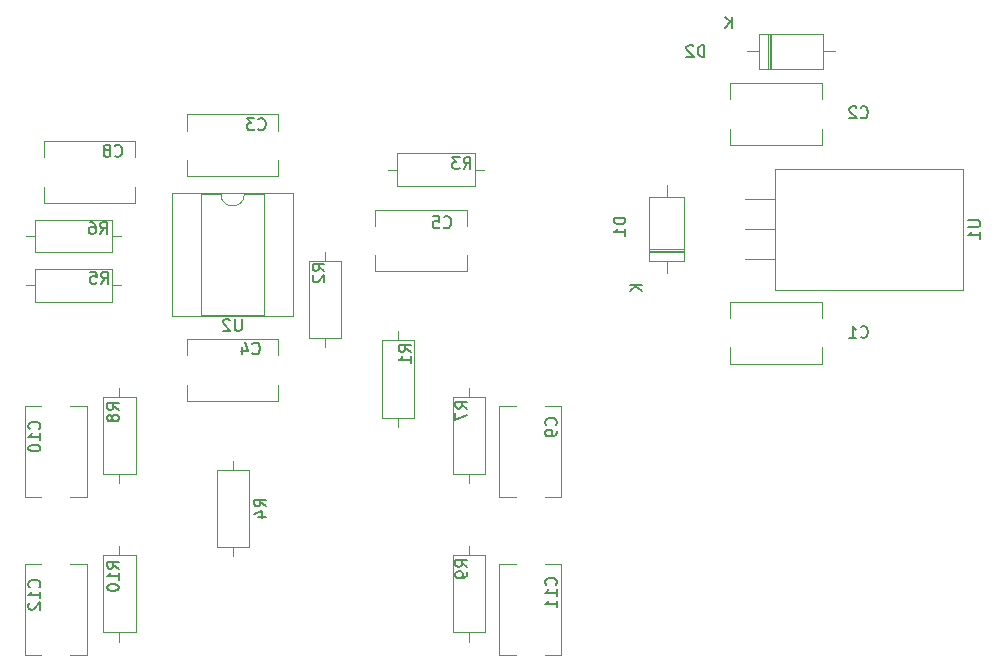
<source format=gbo>
%TF.GenerationSoftware,KiCad,Pcbnew,(6.0.11)*%
%TF.CreationDate,2023-02-06T13:48:54-06:00*%
%TF.ProjectId,InterferometerElectronics,496e7465-7266-4657-926f-6d6574657245,rev?*%
%TF.SameCoordinates,Original*%
%TF.FileFunction,Legend,Bot*%
%TF.FilePolarity,Positive*%
%FSLAX46Y46*%
G04 Gerber Fmt 4.6, Leading zero omitted, Abs format (unit mm)*
G04 Created by KiCad (PCBNEW (6.0.11)) date 2023-02-06 13:48:54*
%MOMM*%
%LPD*%
G01*
G04 APERTURE LIST*
G04 Aperture macros list*
%AMRoundRect*
0 Rectangle with rounded corners*
0 $1 Rounding radius*
0 $2 $3 $4 $5 $6 $7 $8 $9 X,Y pos of 4 corners*
0 Add a 4 corners polygon primitive as box body*
4,1,4,$2,$3,$4,$5,$6,$7,$8,$9,$2,$3,0*
0 Add four circle primitives for the rounded corners*
1,1,$1+$1,$2,$3*
1,1,$1+$1,$4,$5*
1,1,$1+$1,$6,$7*
1,1,$1+$1,$8,$9*
0 Add four rect primitives between the rounded corners*
20,1,$1+$1,$2,$3,$4,$5,0*
20,1,$1+$1,$4,$5,$6,$7,0*
20,1,$1+$1,$6,$7,$8,$9,0*
20,1,$1+$1,$8,$9,$2,$3,0*%
G04 Aperture macros list end*
%ADD10C,0.150000*%
%ADD11C,0.120000*%
%ADD12C,1.600000*%
%ADD13O,1.600000X1.600000*%
%ADD14RoundRect,0.250000X-1.550000X0.650000X-1.550000X-0.650000X1.550000X-0.650000X1.550000X0.650000X0*%
%ADD15O,3.600000X1.800000*%
%ADD16C,2.050000*%
%ADD17C,2.250000*%
%ADD18C,0.800000*%
%ADD19C,6.000000*%
%ADD20R,2.200000X2.200000*%
%ADD21O,2.200000X2.200000*%
%ADD22C,2.000000*%
%ADD23R,1.600000X1.600000*%
%ADD24O,3.500000X3.500000*%
%ADD25R,2.000000X1.905000*%
%ADD26O,2.000000X1.905000*%
G04 APERTURE END LIST*
D10*
%TO.C,R2*%
X82752380Y-50783333D02*
X82276190Y-50450000D01*
X82752380Y-50211904D02*
X81752380Y-50211904D01*
X81752380Y-50592857D01*
X81800000Y-50688095D01*
X81847619Y-50735714D01*
X81942857Y-50783333D01*
X82085714Y-50783333D01*
X82180952Y-50735714D01*
X82228571Y-50688095D01*
X82276190Y-50592857D01*
X82276190Y-50211904D01*
X81847619Y-51164285D02*
X81800000Y-51211904D01*
X81752380Y-51307142D01*
X81752380Y-51545238D01*
X81800000Y-51640476D01*
X81847619Y-51688095D01*
X81942857Y-51735714D01*
X82038095Y-51735714D01*
X82180952Y-51688095D01*
X82752380Y-51116666D01*
X82752380Y-51735714D01*
%TO.C,D1*%
X108252380Y-46261904D02*
X107252380Y-46261904D01*
X107252380Y-46500000D01*
X107300000Y-46642857D01*
X107395238Y-46738095D01*
X107490476Y-46785714D01*
X107680952Y-46833333D01*
X107823809Y-46833333D01*
X108014285Y-46785714D01*
X108109523Y-46738095D01*
X108204761Y-46642857D01*
X108252380Y-46500000D01*
X108252380Y-46261904D01*
X108252380Y-47785714D02*
X108252380Y-47214285D01*
X108252380Y-47500000D02*
X107252380Y-47500000D01*
X107395238Y-47404761D01*
X107490476Y-47309523D01*
X107538095Y-47214285D01*
X109652380Y-51938095D02*
X108652380Y-51938095D01*
X109652380Y-52509523D02*
X109080952Y-52080952D01*
X108652380Y-52509523D02*
X109223809Y-51938095D01*
%TO.C,C11*%
X102357142Y-77357142D02*
X102404761Y-77309523D01*
X102452380Y-77166666D01*
X102452380Y-77071428D01*
X102404761Y-76928571D01*
X102309523Y-76833333D01*
X102214285Y-76785714D01*
X102023809Y-76738095D01*
X101880952Y-76738095D01*
X101690476Y-76785714D01*
X101595238Y-76833333D01*
X101500000Y-76928571D01*
X101452380Y-77071428D01*
X101452380Y-77166666D01*
X101500000Y-77309523D01*
X101547619Y-77357142D01*
X102452380Y-78309523D02*
X102452380Y-77738095D01*
X102452380Y-78023809D02*
X101452380Y-78023809D01*
X101595238Y-77928571D01*
X101690476Y-77833333D01*
X101738095Y-77738095D01*
X102452380Y-79261904D02*
X102452380Y-78690476D01*
X102452380Y-78976190D02*
X101452380Y-78976190D01*
X101595238Y-78880952D01*
X101690476Y-78785714D01*
X101738095Y-78690476D01*
%TO.C,U2*%
X75751904Y-54852380D02*
X75751904Y-55661904D01*
X75704285Y-55757142D01*
X75656666Y-55804761D01*
X75561428Y-55852380D01*
X75370952Y-55852380D01*
X75275714Y-55804761D01*
X75228095Y-55757142D01*
X75180476Y-55661904D01*
X75180476Y-54852380D01*
X74751904Y-54947619D02*
X74704285Y-54900000D01*
X74609047Y-54852380D01*
X74370952Y-54852380D01*
X74275714Y-54900000D01*
X74228095Y-54947619D01*
X74180476Y-55042857D01*
X74180476Y-55138095D01*
X74228095Y-55280952D01*
X74799523Y-55852380D01*
X74180476Y-55852380D01*
%TO.C,R7*%
X94852380Y-62433333D02*
X94376190Y-62100000D01*
X94852380Y-61861904D02*
X93852380Y-61861904D01*
X93852380Y-62242857D01*
X93900000Y-62338095D01*
X93947619Y-62385714D01*
X94042857Y-62433333D01*
X94185714Y-62433333D01*
X94280952Y-62385714D01*
X94328571Y-62338095D01*
X94376190Y-62242857D01*
X94376190Y-61861904D01*
X93852380Y-62766666D02*
X93852380Y-63433333D01*
X94852380Y-63004761D01*
%TO.C,C1*%
X128166666Y-56357142D02*
X128214285Y-56404761D01*
X128357142Y-56452380D01*
X128452380Y-56452380D01*
X128595238Y-56404761D01*
X128690476Y-56309523D01*
X128738095Y-56214285D01*
X128785714Y-56023809D01*
X128785714Y-55880952D01*
X128738095Y-55690476D01*
X128690476Y-55595238D01*
X128595238Y-55500000D01*
X128452380Y-55452380D01*
X128357142Y-55452380D01*
X128214285Y-55500000D01*
X128166666Y-55547619D01*
X127214285Y-56452380D02*
X127785714Y-56452380D01*
X127500000Y-56452380D02*
X127500000Y-55452380D01*
X127595238Y-55595238D01*
X127690476Y-55690476D01*
X127785714Y-55738095D01*
%TO.C,C3*%
X77166666Y-38757142D02*
X77214285Y-38804761D01*
X77357142Y-38852380D01*
X77452380Y-38852380D01*
X77595238Y-38804761D01*
X77690476Y-38709523D01*
X77738095Y-38614285D01*
X77785714Y-38423809D01*
X77785714Y-38280952D01*
X77738095Y-38090476D01*
X77690476Y-37995238D01*
X77595238Y-37900000D01*
X77452380Y-37852380D01*
X77357142Y-37852380D01*
X77214285Y-37900000D01*
X77166666Y-37947619D01*
X76833333Y-37852380D02*
X76214285Y-37852380D01*
X76547619Y-38233333D01*
X76404761Y-38233333D01*
X76309523Y-38280952D01*
X76261904Y-38328571D01*
X76214285Y-38423809D01*
X76214285Y-38661904D01*
X76261904Y-38757142D01*
X76309523Y-38804761D01*
X76404761Y-38852380D01*
X76690476Y-38852380D01*
X76785714Y-38804761D01*
X76833333Y-38757142D01*
%TO.C,C4*%
X76666666Y-57757142D02*
X76714285Y-57804761D01*
X76857142Y-57852380D01*
X76952380Y-57852380D01*
X77095238Y-57804761D01*
X77190476Y-57709523D01*
X77238095Y-57614285D01*
X77285714Y-57423809D01*
X77285714Y-57280952D01*
X77238095Y-57090476D01*
X77190476Y-56995238D01*
X77095238Y-56900000D01*
X76952380Y-56852380D01*
X76857142Y-56852380D01*
X76714285Y-56900000D01*
X76666666Y-56947619D01*
X75809523Y-57185714D02*
X75809523Y-57852380D01*
X76047619Y-56804761D02*
X76285714Y-57519047D01*
X75666666Y-57519047D01*
%TO.C,C2*%
X128166666Y-37757142D02*
X128214285Y-37804761D01*
X128357142Y-37852380D01*
X128452380Y-37852380D01*
X128595238Y-37804761D01*
X128690476Y-37709523D01*
X128738095Y-37614285D01*
X128785714Y-37423809D01*
X128785714Y-37280952D01*
X128738095Y-37090476D01*
X128690476Y-36995238D01*
X128595238Y-36900000D01*
X128452380Y-36852380D01*
X128357142Y-36852380D01*
X128214285Y-36900000D01*
X128166666Y-36947619D01*
X127785714Y-36947619D02*
X127738095Y-36900000D01*
X127642857Y-36852380D01*
X127404761Y-36852380D01*
X127309523Y-36900000D01*
X127261904Y-36947619D01*
X127214285Y-37042857D01*
X127214285Y-37138095D01*
X127261904Y-37280952D01*
X127833333Y-37852380D01*
X127214285Y-37852380D01*
%TO.C,U1*%
X137282380Y-46488095D02*
X138091904Y-46488095D01*
X138187142Y-46535714D01*
X138234761Y-46583333D01*
X138282380Y-46678571D01*
X138282380Y-46869047D01*
X138234761Y-46964285D01*
X138187142Y-47011904D01*
X138091904Y-47059523D01*
X137282380Y-47059523D01*
X138282380Y-48059523D02*
X138282380Y-47488095D01*
X138282380Y-47773809D02*
X137282380Y-47773809D01*
X137425238Y-47678571D01*
X137520476Y-47583333D01*
X137568095Y-47488095D01*
%TO.C,R6*%
X63766666Y-47652380D02*
X64100000Y-47176190D01*
X64338095Y-47652380D02*
X64338095Y-46652380D01*
X63957142Y-46652380D01*
X63861904Y-46700000D01*
X63814285Y-46747619D01*
X63766666Y-46842857D01*
X63766666Y-46985714D01*
X63814285Y-47080952D01*
X63861904Y-47128571D01*
X63957142Y-47176190D01*
X64338095Y-47176190D01*
X62909523Y-46652380D02*
X63100000Y-46652380D01*
X63195238Y-46700000D01*
X63242857Y-46747619D01*
X63338095Y-46890476D01*
X63385714Y-47080952D01*
X63385714Y-47461904D01*
X63338095Y-47557142D01*
X63290476Y-47604761D01*
X63195238Y-47652380D01*
X63004761Y-47652380D01*
X62909523Y-47604761D01*
X62861904Y-47557142D01*
X62814285Y-47461904D01*
X62814285Y-47223809D01*
X62861904Y-47128571D01*
X62909523Y-47080952D01*
X63004761Y-47033333D01*
X63195238Y-47033333D01*
X63290476Y-47080952D01*
X63338095Y-47128571D01*
X63385714Y-47223809D01*
%TO.C,R4*%
X77822380Y-70713333D02*
X77346190Y-70380000D01*
X77822380Y-70141904D02*
X76822380Y-70141904D01*
X76822380Y-70522857D01*
X76870000Y-70618095D01*
X76917619Y-70665714D01*
X77012857Y-70713333D01*
X77155714Y-70713333D01*
X77250952Y-70665714D01*
X77298571Y-70618095D01*
X77346190Y-70522857D01*
X77346190Y-70141904D01*
X77155714Y-71570476D02*
X77822380Y-71570476D01*
X76774761Y-71332380D02*
X77489047Y-71094285D01*
X77489047Y-71713333D01*
%TO.C,C8*%
X65016666Y-41007142D02*
X65064285Y-41054761D01*
X65207142Y-41102380D01*
X65302380Y-41102380D01*
X65445238Y-41054761D01*
X65540476Y-40959523D01*
X65588095Y-40864285D01*
X65635714Y-40673809D01*
X65635714Y-40530952D01*
X65588095Y-40340476D01*
X65540476Y-40245238D01*
X65445238Y-40150000D01*
X65302380Y-40102380D01*
X65207142Y-40102380D01*
X65064285Y-40150000D01*
X65016666Y-40197619D01*
X64445238Y-40530952D02*
X64540476Y-40483333D01*
X64588095Y-40435714D01*
X64635714Y-40340476D01*
X64635714Y-40292857D01*
X64588095Y-40197619D01*
X64540476Y-40150000D01*
X64445238Y-40102380D01*
X64254761Y-40102380D01*
X64159523Y-40150000D01*
X64111904Y-40197619D01*
X64064285Y-40292857D01*
X64064285Y-40340476D01*
X64111904Y-40435714D01*
X64159523Y-40483333D01*
X64254761Y-40530952D01*
X64445238Y-40530952D01*
X64540476Y-40578571D01*
X64588095Y-40626190D01*
X64635714Y-40721428D01*
X64635714Y-40911904D01*
X64588095Y-41007142D01*
X64540476Y-41054761D01*
X64445238Y-41102380D01*
X64254761Y-41102380D01*
X64159523Y-41054761D01*
X64111904Y-41007142D01*
X64064285Y-40911904D01*
X64064285Y-40721428D01*
X64111904Y-40626190D01*
X64159523Y-40578571D01*
X64254761Y-40530952D01*
%TO.C,R10*%
X65352380Y-75977142D02*
X64876190Y-75643809D01*
X65352380Y-75405714D02*
X64352380Y-75405714D01*
X64352380Y-75786666D01*
X64400000Y-75881904D01*
X64447619Y-75929523D01*
X64542857Y-75977142D01*
X64685714Y-75977142D01*
X64780952Y-75929523D01*
X64828571Y-75881904D01*
X64876190Y-75786666D01*
X64876190Y-75405714D01*
X65352380Y-76929523D02*
X65352380Y-76358095D01*
X65352380Y-76643809D02*
X64352380Y-76643809D01*
X64495238Y-76548571D01*
X64590476Y-76453333D01*
X64638095Y-76358095D01*
X64352380Y-77548571D02*
X64352380Y-77643809D01*
X64400000Y-77739047D01*
X64447619Y-77786666D01*
X64542857Y-77834285D01*
X64733333Y-77881904D01*
X64971428Y-77881904D01*
X65161904Y-77834285D01*
X65257142Y-77786666D01*
X65304761Y-77739047D01*
X65352380Y-77643809D01*
X65352380Y-77548571D01*
X65304761Y-77453333D01*
X65257142Y-77405714D01*
X65161904Y-77358095D01*
X64971428Y-77310476D01*
X64733333Y-77310476D01*
X64542857Y-77358095D01*
X64447619Y-77405714D01*
X64400000Y-77453333D01*
X64352380Y-77548571D01*
%TO.C,R3*%
X94536666Y-42152380D02*
X94870000Y-41676190D01*
X95108095Y-42152380D02*
X95108095Y-41152380D01*
X94727142Y-41152380D01*
X94631904Y-41200000D01*
X94584285Y-41247619D01*
X94536666Y-41342857D01*
X94536666Y-41485714D01*
X94584285Y-41580952D01*
X94631904Y-41628571D01*
X94727142Y-41676190D01*
X95108095Y-41676190D01*
X94203333Y-41152380D02*
X93584285Y-41152380D01*
X93917619Y-41533333D01*
X93774761Y-41533333D01*
X93679523Y-41580952D01*
X93631904Y-41628571D01*
X93584285Y-41723809D01*
X93584285Y-41961904D01*
X93631904Y-42057142D01*
X93679523Y-42104761D01*
X93774761Y-42152380D01*
X94060476Y-42152380D01*
X94155714Y-42104761D01*
X94203333Y-42057142D01*
%TO.C,R5*%
X63856666Y-51852380D02*
X64190000Y-51376190D01*
X64428095Y-51852380D02*
X64428095Y-50852380D01*
X64047142Y-50852380D01*
X63951904Y-50900000D01*
X63904285Y-50947619D01*
X63856666Y-51042857D01*
X63856666Y-51185714D01*
X63904285Y-51280952D01*
X63951904Y-51328571D01*
X64047142Y-51376190D01*
X64428095Y-51376190D01*
X62951904Y-50852380D02*
X63428095Y-50852380D01*
X63475714Y-51328571D01*
X63428095Y-51280952D01*
X63332857Y-51233333D01*
X63094761Y-51233333D01*
X62999523Y-51280952D01*
X62951904Y-51328571D01*
X62904285Y-51423809D01*
X62904285Y-51661904D01*
X62951904Y-51757142D01*
X62999523Y-51804761D01*
X63094761Y-51852380D01*
X63332857Y-51852380D01*
X63428095Y-51804761D01*
X63475714Y-51757142D01*
%TO.C,R9*%
X94852380Y-75833333D02*
X94376190Y-75500000D01*
X94852380Y-75261904D02*
X93852380Y-75261904D01*
X93852380Y-75642857D01*
X93900000Y-75738095D01*
X93947619Y-75785714D01*
X94042857Y-75833333D01*
X94185714Y-75833333D01*
X94280952Y-75785714D01*
X94328571Y-75738095D01*
X94376190Y-75642857D01*
X94376190Y-75261904D01*
X94852380Y-76309523D02*
X94852380Y-76500000D01*
X94804761Y-76595238D01*
X94757142Y-76642857D01*
X94614285Y-76738095D01*
X94423809Y-76785714D01*
X94042857Y-76785714D01*
X93947619Y-76738095D01*
X93900000Y-76690476D01*
X93852380Y-76595238D01*
X93852380Y-76404761D01*
X93900000Y-76309523D01*
X93947619Y-76261904D01*
X94042857Y-76214285D01*
X94280952Y-76214285D01*
X94376190Y-76261904D01*
X94423809Y-76309523D01*
X94471428Y-76404761D01*
X94471428Y-76595238D01*
X94423809Y-76690476D01*
X94376190Y-76738095D01*
X94280952Y-76785714D01*
%TO.C,C12*%
X58607142Y-77557142D02*
X58654761Y-77509523D01*
X58702380Y-77366666D01*
X58702380Y-77271428D01*
X58654761Y-77128571D01*
X58559523Y-77033333D01*
X58464285Y-76985714D01*
X58273809Y-76938095D01*
X58130952Y-76938095D01*
X57940476Y-76985714D01*
X57845238Y-77033333D01*
X57750000Y-77128571D01*
X57702380Y-77271428D01*
X57702380Y-77366666D01*
X57750000Y-77509523D01*
X57797619Y-77557142D01*
X58702380Y-78509523D02*
X58702380Y-77938095D01*
X58702380Y-78223809D02*
X57702380Y-78223809D01*
X57845238Y-78128571D01*
X57940476Y-78033333D01*
X57988095Y-77938095D01*
X57797619Y-78890476D02*
X57750000Y-78938095D01*
X57702380Y-79033333D01*
X57702380Y-79271428D01*
X57750000Y-79366666D01*
X57797619Y-79414285D01*
X57892857Y-79461904D01*
X57988095Y-79461904D01*
X58130952Y-79414285D01*
X58702380Y-78842857D01*
X58702380Y-79461904D01*
%TO.C,C10*%
X58607142Y-64157142D02*
X58654761Y-64109523D01*
X58702380Y-63966666D01*
X58702380Y-63871428D01*
X58654761Y-63728571D01*
X58559523Y-63633333D01*
X58464285Y-63585714D01*
X58273809Y-63538095D01*
X58130952Y-63538095D01*
X57940476Y-63585714D01*
X57845238Y-63633333D01*
X57750000Y-63728571D01*
X57702380Y-63871428D01*
X57702380Y-63966666D01*
X57750000Y-64109523D01*
X57797619Y-64157142D01*
X58702380Y-65109523D02*
X58702380Y-64538095D01*
X58702380Y-64823809D02*
X57702380Y-64823809D01*
X57845238Y-64728571D01*
X57940476Y-64633333D01*
X57988095Y-64538095D01*
X57702380Y-65728571D02*
X57702380Y-65823809D01*
X57750000Y-65919047D01*
X57797619Y-65966666D01*
X57892857Y-66014285D01*
X58083333Y-66061904D01*
X58321428Y-66061904D01*
X58511904Y-66014285D01*
X58607142Y-65966666D01*
X58654761Y-65919047D01*
X58702380Y-65823809D01*
X58702380Y-65728571D01*
X58654761Y-65633333D01*
X58607142Y-65585714D01*
X58511904Y-65538095D01*
X58321428Y-65490476D01*
X58083333Y-65490476D01*
X57892857Y-65538095D01*
X57797619Y-65585714D01*
X57750000Y-65633333D01*
X57702380Y-65728571D01*
%TO.C,C5*%
X92866666Y-47057142D02*
X92914285Y-47104761D01*
X93057142Y-47152380D01*
X93152380Y-47152380D01*
X93295238Y-47104761D01*
X93390476Y-47009523D01*
X93438095Y-46914285D01*
X93485714Y-46723809D01*
X93485714Y-46580952D01*
X93438095Y-46390476D01*
X93390476Y-46295238D01*
X93295238Y-46200000D01*
X93152380Y-46152380D01*
X93057142Y-46152380D01*
X92914285Y-46200000D01*
X92866666Y-46247619D01*
X91961904Y-46152380D02*
X92438095Y-46152380D01*
X92485714Y-46628571D01*
X92438095Y-46580952D01*
X92342857Y-46533333D01*
X92104761Y-46533333D01*
X92009523Y-46580952D01*
X91961904Y-46628571D01*
X91914285Y-46723809D01*
X91914285Y-46961904D01*
X91961904Y-47057142D01*
X92009523Y-47104761D01*
X92104761Y-47152380D01*
X92342857Y-47152380D01*
X92438095Y-47104761D01*
X92485714Y-47057142D01*
%TO.C,C9*%
X102357142Y-63833333D02*
X102404761Y-63785714D01*
X102452380Y-63642857D01*
X102452380Y-63547619D01*
X102404761Y-63404761D01*
X102309523Y-63309523D01*
X102214285Y-63261904D01*
X102023809Y-63214285D01*
X101880952Y-63214285D01*
X101690476Y-63261904D01*
X101595238Y-63309523D01*
X101500000Y-63404761D01*
X101452380Y-63547619D01*
X101452380Y-63642857D01*
X101500000Y-63785714D01*
X101547619Y-63833333D01*
X102452380Y-64309523D02*
X102452380Y-64500000D01*
X102404761Y-64595238D01*
X102357142Y-64642857D01*
X102214285Y-64738095D01*
X102023809Y-64785714D01*
X101642857Y-64785714D01*
X101547619Y-64738095D01*
X101500000Y-64690476D01*
X101452380Y-64595238D01*
X101452380Y-64404761D01*
X101500000Y-64309523D01*
X101547619Y-64261904D01*
X101642857Y-64214285D01*
X101880952Y-64214285D01*
X101976190Y-64261904D01*
X102023809Y-64309523D01*
X102071428Y-64404761D01*
X102071428Y-64595238D01*
X102023809Y-64690476D01*
X101976190Y-64738095D01*
X101880952Y-64785714D01*
%TO.C,R8*%
X65352380Y-62553333D02*
X64876190Y-62220000D01*
X65352380Y-61981904D02*
X64352380Y-61981904D01*
X64352380Y-62362857D01*
X64400000Y-62458095D01*
X64447619Y-62505714D01*
X64542857Y-62553333D01*
X64685714Y-62553333D01*
X64780952Y-62505714D01*
X64828571Y-62458095D01*
X64876190Y-62362857D01*
X64876190Y-61981904D01*
X64780952Y-63124761D02*
X64733333Y-63029523D01*
X64685714Y-62981904D01*
X64590476Y-62934285D01*
X64542857Y-62934285D01*
X64447619Y-62981904D01*
X64400000Y-63029523D01*
X64352380Y-63124761D01*
X64352380Y-63315238D01*
X64400000Y-63410476D01*
X64447619Y-63458095D01*
X64542857Y-63505714D01*
X64590476Y-63505714D01*
X64685714Y-63458095D01*
X64733333Y-63410476D01*
X64780952Y-63315238D01*
X64780952Y-63124761D01*
X64828571Y-63029523D01*
X64876190Y-62981904D01*
X64971428Y-62934285D01*
X65161904Y-62934285D01*
X65257142Y-62981904D01*
X65304761Y-63029523D01*
X65352380Y-63124761D01*
X65352380Y-63315238D01*
X65304761Y-63410476D01*
X65257142Y-63458095D01*
X65161904Y-63505714D01*
X64971428Y-63505714D01*
X64876190Y-63458095D01*
X64828571Y-63410476D01*
X64780952Y-63315238D01*
%TO.C,R1*%
X90052380Y-57633333D02*
X89576190Y-57300000D01*
X90052380Y-57061904D02*
X89052380Y-57061904D01*
X89052380Y-57442857D01*
X89100000Y-57538095D01*
X89147619Y-57585714D01*
X89242857Y-57633333D01*
X89385714Y-57633333D01*
X89480952Y-57585714D01*
X89528571Y-57538095D01*
X89576190Y-57442857D01*
X89576190Y-57061904D01*
X90052380Y-58585714D02*
X90052380Y-58014285D01*
X90052380Y-58300000D02*
X89052380Y-58300000D01*
X89195238Y-58204761D01*
X89290476Y-58109523D01*
X89338095Y-58014285D01*
%TO.C,D2*%
X114938095Y-32652380D02*
X114938095Y-31652380D01*
X114700000Y-31652380D01*
X114557142Y-31700000D01*
X114461904Y-31795238D01*
X114414285Y-31890476D01*
X114366666Y-32080952D01*
X114366666Y-32223809D01*
X114414285Y-32414285D01*
X114461904Y-32509523D01*
X114557142Y-32604761D01*
X114700000Y-32652380D01*
X114938095Y-32652380D01*
X113985714Y-31747619D02*
X113938095Y-31700000D01*
X113842857Y-31652380D01*
X113604761Y-31652380D01*
X113509523Y-31700000D01*
X113461904Y-31747619D01*
X113414285Y-31842857D01*
X113414285Y-31938095D01*
X113461904Y-32080952D01*
X114033333Y-32652380D01*
X113414285Y-32652380D01*
X117261904Y-30252380D02*
X117261904Y-29252380D01*
X116690476Y-30252380D02*
X117119047Y-29680952D01*
X116690476Y-29252380D02*
X117261904Y-29823809D01*
D11*
%TO.C,R2*%
X82800000Y-49160000D02*
X82800000Y-49930000D01*
X81430000Y-49930000D02*
X84170000Y-49930000D01*
X84170000Y-49930000D02*
X84170000Y-56470000D01*
X84170000Y-56470000D02*
X81430000Y-56470000D01*
X81430000Y-56470000D02*
X81430000Y-49930000D01*
X82800000Y-57240000D02*
X82800000Y-56470000D01*
%TO.C,D1*%
X111750000Y-43510000D02*
X111750000Y-44530000D01*
X113220000Y-49970000D02*
X110280000Y-49970000D01*
X113220000Y-44530000D02*
X113220000Y-49970000D01*
X113220000Y-48950000D02*
X110280000Y-48950000D01*
X113220000Y-49190000D02*
X110280000Y-49190000D01*
X113220000Y-49070000D02*
X110280000Y-49070000D01*
X110280000Y-49970000D02*
X110280000Y-44530000D01*
X110280000Y-44530000D02*
X113220000Y-44530000D01*
X111750000Y-50990000D02*
X111750000Y-49970000D01*
%TO.C,C11*%
X102820000Y-83320000D02*
X102820000Y-75580000D01*
X102820000Y-75580000D02*
X101456000Y-75580000D01*
X97580000Y-83320000D02*
X97580000Y-75580000D01*
X98944000Y-75580000D02*
X97580000Y-75580000D01*
X98944000Y-83320000D02*
X97580000Y-83320000D01*
X102820000Y-83320000D02*
X101456000Y-83320000D01*
%TO.C,U2*%
X72340000Y-44270000D02*
X73990000Y-44270000D01*
X69850000Y-44210000D02*
X80130000Y-44210000D01*
X77640000Y-44270000D02*
X77640000Y-54550000D01*
X80130000Y-54610000D02*
X69850000Y-54610000D01*
X72340000Y-54550000D02*
X72340000Y-44270000D01*
X80130000Y-44210000D02*
X80130000Y-54610000D01*
X75990000Y-44270000D02*
X77640000Y-44270000D01*
X69850000Y-54610000D02*
X69850000Y-44210000D01*
X77640000Y-54550000D02*
X72340000Y-54550000D01*
X73990000Y-44270000D02*
G75*
G03*
X75990000Y-44270000I1000000J0D01*
G01*
%TO.C,R7*%
X93630000Y-67990000D02*
X93630000Y-61450000D01*
X96370000Y-61450000D02*
X96370000Y-67990000D01*
X96370000Y-67990000D02*
X93630000Y-67990000D01*
X93630000Y-61450000D02*
X96370000Y-61450000D01*
X95000000Y-60680000D02*
X95000000Y-61450000D01*
X95000000Y-68760000D02*
X95000000Y-67990000D01*
%TO.C,C1*%
X117130000Y-58620000D02*
X117130000Y-57256000D01*
X117130000Y-58620000D02*
X124870000Y-58620000D01*
X117130000Y-53380000D02*
X124870000Y-53380000D01*
X124870000Y-54744000D02*
X124870000Y-53380000D01*
X124870000Y-58620000D02*
X124870000Y-57256000D01*
X117130000Y-54744000D02*
X117130000Y-53380000D01*
%TO.C,C3*%
X78870000Y-42770000D02*
X78870000Y-41406000D01*
X71130000Y-37530000D02*
X78870000Y-37530000D01*
X71130000Y-38894000D02*
X71130000Y-37530000D01*
X71130000Y-42770000D02*
X71130000Y-41406000D01*
X78870000Y-38894000D02*
X78870000Y-37530000D01*
X71130000Y-42770000D02*
X78870000Y-42770000D01*
%TO.C,C4*%
X78870000Y-56530000D02*
X78870000Y-57894000D01*
X78870000Y-61770000D02*
X71130000Y-61770000D01*
X78870000Y-56530000D02*
X71130000Y-56530000D01*
X78870000Y-60406000D02*
X78870000Y-61770000D01*
X71130000Y-60406000D02*
X71130000Y-61770000D01*
X71130000Y-56530000D02*
X71130000Y-57894000D01*
%TO.C,C2*%
X124870000Y-36244000D02*
X124870000Y-34880000D01*
X117130000Y-40120000D02*
X124870000Y-40120000D01*
X117130000Y-36244000D02*
X117130000Y-34880000D01*
X124870000Y-40120000D02*
X124870000Y-38756000D01*
X117130000Y-40120000D02*
X117130000Y-38756000D01*
X117130000Y-34880000D02*
X124870000Y-34880000D01*
%TO.C,U1*%
X136830000Y-52370000D02*
X120940000Y-52370000D01*
X120940000Y-49790000D02*
X118400000Y-49790000D01*
X136830000Y-42130000D02*
X120940000Y-42130000D01*
X120940000Y-44710000D02*
X118400000Y-44710000D01*
X136830000Y-52370000D02*
X136830000Y-42130000D01*
X120940000Y-47250000D02*
X118400000Y-47250000D01*
X120940000Y-52370000D02*
X120940000Y-42130000D01*
%TO.C,R6*%
X57480000Y-47800000D02*
X58250000Y-47800000D01*
X64790000Y-46430000D02*
X64790000Y-49170000D01*
X64790000Y-49170000D02*
X58250000Y-49170000D01*
X58250000Y-46430000D02*
X64790000Y-46430000D01*
X58250000Y-49170000D02*
X58250000Y-46430000D01*
X65560000Y-47800000D02*
X64790000Y-47800000D01*
%TO.C,R4*%
X75000000Y-74920000D02*
X75000000Y-74150000D01*
X75000000Y-66840000D02*
X75000000Y-67610000D01*
X76370000Y-67610000D02*
X76370000Y-74150000D01*
X76370000Y-74150000D02*
X73630000Y-74150000D01*
X73630000Y-74150000D02*
X73630000Y-67610000D01*
X73630000Y-67610000D02*
X76370000Y-67610000D01*
%TO.C,C8*%
X66720000Y-43656000D02*
X66720000Y-45020000D01*
X58980000Y-43656000D02*
X58980000Y-45020000D01*
X66720000Y-39780000D02*
X66720000Y-41144000D01*
X66720000Y-45020000D02*
X58980000Y-45020000D01*
X58980000Y-39780000D02*
X58980000Y-41144000D01*
X66720000Y-39780000D02*
X58980000Y-39780000D01*
%TO.C,R10*%
X66770000Y-74850000D02*
X66770000Y-81390000D01*
X65400000Y-74080000D02*
X65400000Y-74850000D01*
X66770000Y-81390000D02*
X64030000Y-81390000D01*
X64030000Y-81390000D02*
X64030000Y-74850000D01*
X65400000Y-82160000D02*
X65400000Y-81390000D01*
X64030000Y-74850000D02*
X66770000Y-74850000D01*
%TO.C,R3*%
X95470000Y-40830000D02*
X95470000Y-43570000D01*
X88930000Y-43570000D02*
X88930000Y-40830000D01*
X88930000Y-40830000D02*
X95470000Y-40830000D01*
X88160000Y-42200000D02*
X88930000Y-42200000D01*
X95470000Y-43570000D02*
X88930000Y-43570000D01*
X96240000Y-42200000D02*
X95470000Y-42200000D01*
%TO.C,R5*%
X57480000Y-52000000D02*
X58250000Y-52000000D01*
X64790000Y-50630000D02*
X64790000Y-53370000D01*
X58250000Y-53370000D02*
X58250000Y-50630000D01*
X65560000Y-52000000D02*
X64790000Y-52000000D01*
X58250000Y-50630000D02*
X64790000Y-50630000D01*
X64790000Y-53370000D02*
X58250000Y-53370000D01*
%TO.C,R9*%
X95000000Y-74080000D02*
X95000000Y-74850000D01*
X93630000Y-81390000D02*
X93630000Y-74850000D01*
X96370000Y-81390000D02*
X93630000Y-81390000D01*
X95000000Y-82160000D02*
X95000000Y-81390000D01*
X93630000Y-74850000D02*
X96370000Y-74850000D01*
X96370000Y-74850000D02*
X96370000Y-81390000D01*
%TO.C,C12*%
X62620000Y-83320000D02*
X61256000Y-83320000D01*
X58744000Y-83320000D02*
X57380000Y-83320000D01*
X58744000Y-75580000D02*
X57380000Y-75580000D01*
X57380000Y-83320000D02*
X57380000Y-75580000D01*
X62620000Y-83320000D02*
X62620000Y-75580000D01*
X62620000Y-75580000D02*
X61256000Y-75580000D01*
%TO.C,C10*%
X62620000Y-69920000D02*
X62620000Y-62180000D01*
X62620000Y-62180000D02*
X61256000Y-62180000D01*
X58744000Y-69920000D02*
X57380000Y-69920000D01*
X62620000Y-69920000D02*
X61256000Y-69920000D01*
X57380000Y-69920000D02*
X57380000Y-62180000D01*
X58744000Y-62180000D02*
X57380000Y-62180000D01*
%TO.C,C5*%
X94820000Y-49456000D02*
X94820000Y-50820000D01*
X94820000Y-45580000D02*
X87080000Y-45580000D01*
X87080000Y-45580000D02*
X87080000Y-46944000D01*
X94820000Y-50820000D02*
X87080000Y-50820000D01*
X94820000Y-45580000D02*
X94820000Y-46944000D01*
X87080000Y-49456000D02*
X87080000Y-50820000D01*
%TO.C,C9*%
X102820000Y-62180000D02*
X101456000Y-62180000D01*
X98944000Y-69920000D02*
X97580000Y-69920000D01*
X97580000Y-69920000D02*
X97580000Y-62180000D01*
X102820000Y-69920000D02*
X102820000Y-62180000D01*
X102820000Y-69920000D02*
X101456000Y-69920000D01*
X98944000Y-62180000D02*
X97580000Y-62180000D01*
%TO.C,R8*%
X65400000Y-68760000D02*
X65400000Y-67990000D01*
X65400000Y-60680000D02*
X65400000Y-61450000D01*
X66770000Y-61450000D02*
X66770000Y-67990000D01*
X66770000Y-67990000D02*
X64030000Y-67990000D01*
X64030000Y-61450000D02*
X66770000Y-61450000D01*
X64030000Y-67990000D02*
X64030000Y-61450000D01*
%TO.C,R1*%
X90370000Y-56650000D02*
X90370000Y-63190000D01*
X87630000Y-63190000D02*
X87630000Y-56650000D01*
X89000000Y-55880000D02*
X89000000Y-56650000D01*
X89000000Y-63960000D02*
X89000000Y-63190000D01*
X90370000Y-63190000D02*
X87630000Y-63190000D01*
X87630000Y-56650000D02*
X90370000Y-56650000D01*
%TO.C,D2*%
X118540000Y-32200000D02*
X119560000Y-32200000D01*
X120340000Y-33670000D02*
X120340000Y-30730000D01*
X120580000Y-33670000D02*
X120580000Y-30730000D01*
X126020000Y-32200000D02*
X125000000Y-32200000D01*
X125000000Y-33670000D02*
X119560000Y-33670000D01*
X119560000Y-33670000D02*
X119560000Y-30730000D01*
X119560000Y-30730000D02*
X125000000Y-30730000D01*
X120460000Y-33670000D02*
X120460000Y-30730000D01*
X125000000Y-30730000D02*
X125000000Y-33670000D01*
%TD*%
%LPC*%
D12*
%TO.C,R2*%
X82800000Y-48120000D03*
D13*
X82800000Y-58280000D03*
%TD*%
D14*
%TO.C,J1*%
X125200000Y-93000000D03*
D15*
X125200000Y-98080000D03*
%TD*%
D16*
%TO.C,J3*%
X95000000Y-90000000D03*
D17*
X97540000Y-87460000D03*
X97540000Y-92540000D03*
X92460000Y-92540000D03*
X92460000Y-87460000D03*
%TD*%
D16*
%TO.C,J5*%
X60000000Y-90000000D03*
D17*
X62540000Y-87460000D03*
X62540000Y-92540000D03*
X57460000Y-92540000D03*
X57460000Y-87460000D03*
%TD*%
D18*
%TO.C,H1*%
X135409010Y-26409010D03*
X138590990Y-26409010D03*
X135409010Y-29590990D03*
X134750000Y-28000000D03*
D19*
X137000000Y-28000000D03*
D18*
X139250000Y-28000000D03*
X137000000Y-25750000D03*
X137000000Y-30250000D03*
X138590990Y-29590990D03*
%TD*%
%TO.C,H3*%
X53000000Y-25750000D03*
X54590990Y-29590990D03*
D19*
X53000000Y-28000000D03*
D18*
X50750000Y-28000000D03*
X51409010Y-29590990D03*
X51409010Y-26409010D03*
X54590990Y-26409010D03*
X53000000Y-30250000D03*
X55250000Y-28000000D03*
%TD*%
D16*
%TO.C,J4*%
X75000000Y-98000000D03*
D17*
X72460000Y-95460000D03*
X77540000Y-95460000D03*
X72460000Y-100540000D03*
X77540000Y-100540000D03*
%TD*%
D16*
%TO.C,J2*%
X110000000Y-98000000D03*
D17*
X107460000Y-95460000D03*
X107460000Y-100540000D03*
X112540000Y-95460000D03*
X112540000Y-100540000D03*
%TD*%
D18*
%TO.C,H4*%
X51409010Y-83590990D03*
X55250000Y-82000000D03*
X51409010Y-80409010D03*
X53000000Y-79750000D03*
D19*
X53000000Y-82000000D03*
D18*
X54590990Y-80409010D03*
X50750000Y-82000000D03*
X53000000Y-84250000D03*
X54590990Y-83590990D03*
%TD*%
%TO.C,H2*%
X139250000Y-82000000D03*
X137000000Y-84250000D03*
X138590990Y-80409010D03*
X135409010Y-80409010D03*
X135409010Y-83590990D03*
X138590990Y-83590990D03*
X137000000Y-79750000D03*
D19*
X137000000Y-82000000D03*
D18*
X134750000Y-82000000D03*
%TD*%
D20*
%TO.C,D1*%
X111750000Y-52330000D03*
D21*
X111750000Y-42170000D03*
%TD*%
D22*
%TO.C,C11*%
X100200000Y-83200000D03*
X100200000Y-75700000D03*
%TD*%
D23*
%TO.C,U2*%
X78800000Y-45600000D03*
D13*
X78800000Y-48140000D03*
X78800000Y-50680000D03*
X78800000Y-53220000D03*
X71180000Y-53220000D03*
X71180000Y-50680000D03*
X71180000Y-48140000D03*
X71180000Y-45600000D03*
%TD*%
D12*
%TO.C,R7*%
X95000000Y-59640000D03*
D13*
X95000000Y-69800000D03*
%TD*%
D22*
%TO.C,C1*%
X117250000Y-56000000D03*
X124750000Y-56000000D03*
%TD*%
%TO.C,C3*%
X71250000Y-40150000D03*
X78750000Y-40150000D03*
%TD*%
%TO.C,C4*%
X78750000Y-59150000D03*
X71250000Y-59150000D03*
%TD*%
%TO.C,C2*%
X117250000Y-37500000D03*
X124750000Y-37500000D03*
%TD*%
D24*
%TO.C,U1*%
X133910000Y-47250000D03*
D25*
X117250000Y-49790000D03*
D26*
X117250000Y-47250000D03*
X117250000Y-44710000D03*
%TD*%
D12*
%TO.C,R6*%
X66600000Y-47800000D03*
D13*
X56440000Y-47800000D03*
%TD*%
D12*
%TO.C,R4*%
X75000000Y-75960000D03*
D13*
X75000000Y-65800000D03*
%TD*%
D22*
%TO.C,C8*%
X66600000Y-42400000D03*
X59100000Y-42400000D03*
%TD*%
D12*
%TO.C,R10*%
X65400000Y-73040000D03*
D13*
X65400000Y-83200000D03*
%TD*%
D12*
%TO.C,R3*%
X97280000Y-42200000D03*
D13*
X87120000Y-42200000D03*
%TD*%
D12*
%TO.C,R5*%
X56440000Y-52000000D03*
D13*
X66600000Y-52000000D03*
%TD*%
D12*
%TO.C,R9*%
X95000000Y-73040000D03*
D13*
X95000000Y-83200000D03*
%TD*%
D22*
%TO.C,C12*%
X60000000Y-83200000D03*
X60000000Y-75700000D03*
%TD*%
%TO.C,C10*%
X60000000Y-69800000D03*
X60000000Y-62300000D03*
%TD*%
%TO.C,C5*%
X94700000Y-48200000D03*
X87200000Y-48200000D03*
%TD*%
%TO.C,C9*%
X100200000Y-69800000D03*
X100200000Y-62300000D03*
%TD*%
D12*
%TO.C,R8*%
X65400000Y-59640000D03*
D13*
X65400000Y-69800000D03*
%TD*%
D12*
%TO.C,R1*%
X89000000Y-65000000D03*
D13*
X89000000Y-54840000D03*
%TD*%
D20*
%TO.C,D2*%
X117200000Y-32200000D03*
D21*
X127360000Y-32200000D03*
%TD*%
M02*

</source>
